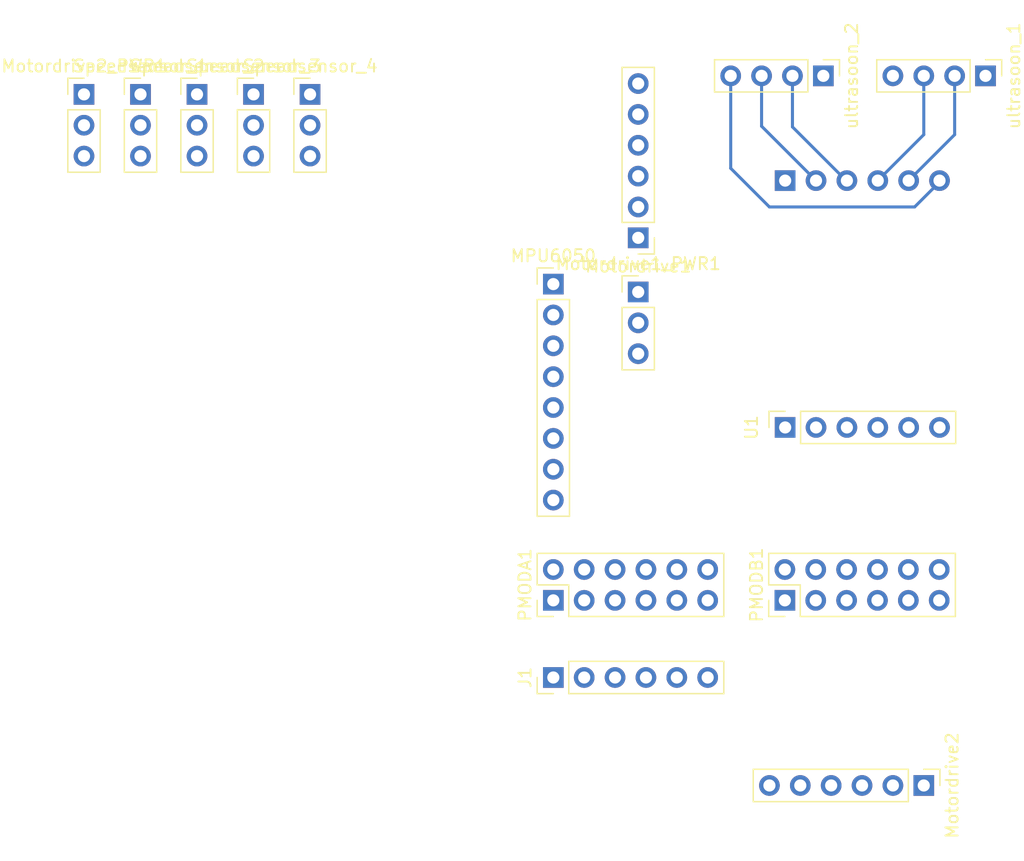
<source format=kicad_pcb>
(kicad_pcb (version 20221018) (generator pcbnew)
  (layers (0 "F.Cu" signal) (31 "B.Cu" signal) (34 "B.Paste" user) (35 "F.Paste" user) (36 "B.SilkS" user "B.Silkscreen") (37 "F.SilkS" user "F.Silkscreen") (38 "B.Mask" user) (39 "F.Mask" user) (44 "Edge.Cuts" user))
  (net 0 "")
  (net 1 "SCL")
  (net 2 "SDA")
  (net 3 "ECHO_0_3.3V")
  (net 4 "TRIGGER_0_3.3V")
  (net 5 "ECHO_1_3.3V")
  (net 6 "TRIGGER_1_3.3V")
  (net 7 "Motor_Enable_1")
  (net 8 "Motor_Backwards_2")
  (net 9 "Motor_Forwards_2")
  (net 10 "Motor_Backwards_1")
  (net 11 "Motor_Forward_1")
  (net 12 "+5V")
  (net 13 "GND")
  (net 14 "VCC")
  (net 15 "Motor_Backwards_4")
  (net 16 "Motor_Forward_4")
  (net 17 "Motor_Backward_3")
  (net 18 "Motor_Forward_3")
  (net 19 "+3.3V")
  (net 24 "Speed_4")
  (net 26 "Speed_3")
  (net 28 "Speed_2")
  (net 30 "Speed_1")
  (net 31 "ECHO_0_5V")
  (net 32 "TRIGGER_0_5V")
  (net 33 "ECHO_1_5V")
  (net 34 "TRIGGER_1_5V")
  (footprint "Connector_PinHeader_2.54mm:PinHeader_1x06_P2.54mm_Vertical" (layer "F.Cu") (at 133.35 48.26 180)
    (fp_text reference "Motordrive1" (at 0 -2.33) (layer "F.SilkS"))
    (fp_text value "Conn_01x06_Pin")
    (fp_line (start -1.33 -1.33) (end 0 -1.33) (stroke (width 0.12)) (layer "F.SilkS"))
    (fp_line (start -1.33 0) (end -1.33 -1.33) (stroke (width 0.12)) (layer "F.SilkS"))
    (fp_line (start -1.33 1.27) (end -1.33 14.03) (stroke (width 0.12)) (layer "F.SilkS"))
    (fp_line (start -1.33 1.27) (end 1.33 1.27) (stroke (width 0.12)) (layer "F.SilkS"))
    (fp_line (start -1.33 14.03) (end 1.33 14.03) (stroke (width 0.12)) (layer "F.SilkS"))
    (fp_line (start 1.33 1.27) (end 1.33 14.03) (stroke (width 0.12)) (layer "F.SilkS"))
    (pad "1" thru_hole rect (at 0 0 180) (size 1.7 1.7) (drill 1) (layers "*.Cu" "*.Mask") (net 7 "Motor_Enable_1"))
    (pad "2" thru_hole oval (at 0 2.54 180) (size 1.7 1.7) (drill 1) (layers "*.Cu" "*.Mask") (net 8 "Motor_Backwards_2"))
    (pad "3" thru_hole oval (at 0 5.08 180) (size 1.7 1.7) (drill 1) (layers "*.Cu" "*.Mask") (net 9 "Motor_Forwards_2"))
    (pad "4" thru_hole oval (at 0 7.62 180) (size 1.7 1.7) (drill 1) (layers "*.Cu" "*.Mask") (net 10 "Motor_Backwards_1"))
    (pad "5" thru_hole oval (at 0 10.16 180) (size 1.7 1.7) (drill 1) (layers "*.Cu" "*.Mask") (net 11 "Motor_Forward_1"))
    (pad "6" thru_hole oval (at 0 12.7 180) (size 1.7 1.7) (drill 1) (layers "*.Cu" "*.Mask") (net 7 "Motor_Enable_1"))
  )
  (footprint "Connector_PinHeader_2.54mm:PinHeader_1x03_P2.54mm_Vertical" (layer "F.Cu") (at 106.35 36.45)
    (fp_text reference "Speedsensor_4" (at 0 -2.33) (layer "F.SilkS"))
    (fp_text value "Conn_01x03_Pin")
    (fp_line (start -1.33 -1.33) (end 0 -1.33) (stroke (width 0.12)) (layer "F.SilkS"))
    (fp_line (start -1.33 0) (end -1.33 -1.33) (stroke (width 0.12)) (layer "F.SilkS"))
    (fp_line (start -1.33 1.27) (end -1.33 6.41) (stroke (width 0.12)) (layer "F.SilkS"))
    (fp_line (start -1.33 1.27) (end 1.33 1.27) (stroke (width 0.12)) (layer "F.SilkS"))
    (fp_line (start -1.33 6.41) (end 1.33 6.41) (stroke (width 0.12)) (layer "F.SilkS"))
    (fp_line (start 1.33 1.27) (end 1.33 6.41) (stroke (width 0.12)) (layer "F.SilkS"))
    (pad "1" thru_hole rect (at 0 0) (size 1.7 1.7) (drill 1) (layers "*.Cu" "*.Mask") (net 19 "+3.3V"))
    (pad "2" thru_hole oval (at 0 2.54) (size 1.7 1.7) (drill 1) (layers "*.Cu" "*.Mask") (net 13 "GND"))
    (pad "3" thru_hole oval (at 0 5.08) (size 1.7 1.7) (drill 1) (layers "*.Cu" "*.Mask") (net 24 "Speed_4"))
  )
  (footprint "Connector_PinHeader_2.54mm:PinHeader_1x04_P2.54mm_Vertical" (layer "F.Cu") (at 148.58 34.925 -90)
    (fp_text reference "ultrasoon_2" (at 0 -2.33 90) (layer "F.SilkS"))
    (fp_text value "Conn_01x04_Pin")
    (fp_line (start -1.33 -1.33) (end 0 -1.33) (stroke (width 0.12)) (layer "F.SilkS"))
    (fp_line (start -1.33 0) (end -1.33 -1.33) (stroke (width 0.12)) (layer "F.SilkS"))
    (fp_line (start -1.33 1.27) (end -1.33 8.95) (stroke (width 0.12)) (layer "F.SilkS"))
    (fp_line (start -1.33 1.27) (end 1.33 1.27) (stroke (width 0.12)) (layer "F.SilkS"))
    (fp_line (start -1.33 8.95) (end 1.33 8.95) (stroke (width 0.12)) (layer "F.SilkS"))
    (fp_line (start 1.33 1.27) (end 1.33 8.95) (stroke (width 0.12)) (layer "F.SilkS"))
    (pad "1" thru_hole rect (at 0 0 270) (size 1.7 1.7) (drill 1) (layers "*.Cu" "*.Mask") (net 13 "GND"))
    (pad "2" thru_hole oval (at 0 2.54 270) (size 1.7 1.7) (drill 1) (layers "*.Cu" "*.Mask") (net 33 "ECHO_1_5V"))
    (pad "3" thru_hole oval (at 0 5.08 270) (size 1.7 1.7) (drill 1) (layers "*.Cu" "*.Mask") (net 34 "TRIGGER_1_5V"))
    (pad "4" thru_hole oval (at 0 7.62 270) (size 1.7 1.7) (drill 1) (layers "*.Cu" "*.Mask") (net 12 "+5V"))
  )
  (footprint "Connector_PinHeader_2.54mm:PinHeader_1x03_P2.54mm_Vertical" (layer "F.Cu") (at 101.7 36.45)
    (fp_text reference "Speedsensor_3" (at 0 -2.33) (layer "F.SilkS"))
    (fp_text value "Conn_01x03_Pin")
    (fp_line (start -1.33 -1.33) (end 0 -1.33) (stroke (width 0.12)) (layer "F.SilkS"))
    (fp_line (start -1.33 0) (end -1.33 -1.33) (stroke (width 0.12)) (layer "F.SilkS"))
    (fp_line (start -1.33 1.27) (end -1.33 6.41) (stroke (width 0.12)) (layer "F.SilkS"))
    (fp_line (start -1.33 1.27) (end 1.33 1.27) (stroke (width 0.12)) (layer "F.SilkS"))
    (fp_line (start -1.33 6.41) (end 1.33 6.41) (stroke (width 0.12)) (layer "F.SilkS"))
    (fp_line (start 1.33 1.27) (end 1.33 6.41) (stroke (width 0.12)) (layer "F.SilkS"))
    (pad "1" thru_hole rect (at 0 0) (size 1.7 1.7) (drill 1) (layers "*.Cu" "*.Mask") (net 19 "+3.3V"))
    (pad "2" thru_hole oval (at 0 2.54) (size 1.7 1.7) (drill 1) (layers "*.Cu" "*.Mask") (net 13 "GND"))
    (pad "3" thru_hole oval (at 0 5.08) (size 1.7 1.7) (drill 1) (layers "*.Cu" "*.Mask") (net 26 "Speed_3"))
  )
  (footprint "Connector_PinHeader_2.54mm:PinHeader_1x03_P2.54mm_Vertical" (layer "F.Cu") (at 97.05 36.45)
    (fp_text reference "Speedsensor_2" (at 0 -2.33) (layer "F.SilkS"))
    (fp_text value "Conn_01x03_Pin")
    (fp_line (start -1.33 -1.33) (end 0 -1.33) (stroke (width 0.12)) (layer "F.SilkS"))
    (fp_line (start -1.33 0) (end -1.33 -1.33) (stroke (width 0.12)) (layer "F.SilkS"))
    (fp_line (start -1.33 1.27) (end -1.33 6.41) (stroke (width 0.12)) (layer "F.SilkS"))
    (fp_line (start -1.33 1.27) (end 1.33 1.27) (stroke (width 0.12)) (layer "F.SilkS"))
    (fp_line (start -1.33 6.41) (end 1.33 6.41) (stroke (width 0.12)) (layer "F.SilkS"))
    (fp_line (start 1.33 1.27) (end 1.33 6.41) (stroke (width 0.12)) (layer "F.SilkS"))
    (pad "1" thru_hole rect (at 0 0) (size 1.7 1.7) (drill 1) (layers "*.Cu" "*.Mask") (net 19 "+3.3V"))
    (pad "2" thru_hole oval (at 0 2.54) (size 1.7 1.7) (drill 1) (layers "*.Cu" "*.Mask") (net 13 "GND"))
    (pad "3" thru_hole oval (at 0 5.08) (size 1.7 1.7) (drill 1) (layers "*.Cu" "*.Mask") (net 28 "Speed_2"))
  )
  (footprint "Connector_PinHeader_2.54mm:PinHeader_2x06_P2.54mm_Vertical" (layer "F.Cu") (at 126.365 78.105 90)
    (fp_text reference "PMODA1" (at 1.27 -2.33 90) (layer "F.SilkS"))
    (fp_text value "Conn_02x06_Top_Bottom")
    (fp_line (start -1.33 -1.33) (end 0 -1.33) (stroke (width 0.12)) (layer "F.SilkS"))
    (fp_line (start -1.33 0) (end -1.33 -1.33) (stroke (width 0.12)) (layer "F.SilkS"))
    (fp_line (start -1.33 1.27) (end -1.33 14.03) (stroke (width 0.12)) (layer "F.SilkS"))
    (fp_line (start -1.33 1.27) (end 1.27 1.27) (stroke (width 0.12)) (layer "F.SilkS"))
    (fp_line (start -1.33 14.03) (end 3.87 14.03) (stroke (width 0.12)) (layer "F.SilkS"))
    (fp_line (start 1.27 -1.33) (end 3.87 -1.33) (stroke (width 0.12)) (layer "F.SilkS"))
    (fp_line (start 1.27 1.27) (end 1.27 -1.33) (stroke (width 0.12)) (layer "F.SilkS"))
    (fp_line (start 3.87 -1.33) (end 3.87 14.03) (stroke (width 0.12)) (layer "F.SilkS"))
    (pad "1" thru_hole rect (at 0 0 90) (size 1.7 1.7) (drill 1) (layers "*.Cu" "*.Mask") (net 24 "Speed_4"))
    (pad "2" thru_hole oval (at 2.54 0 90) (size 1.7 1.7) (drill 1) (layers "*.Cu" "*.Mask"))
    (pad "3" thru_hole oval (at 0 2.54 90) (size 1.7 1.7) (drill 1) (layers "*.Cu" "*.Mask") (net 15 "Motor_Backwards_4"))
    (pad "4" thru_hole oval (at 2.54 2.54 90) (size 1.7 1.7) (drill 1) (layers "*.Cu" "*.Mask") (net 16 "Motor_Forward_4"))
    (pad "5" thru_hole oval (at 0 5.08 90) (size 1.7 1.7) (drill 1) (layers "*.Cu" "*.Mask") (net 13 "GND"))
    (pad "6" thru_hole oval (at 2.54 5.08 90) (size 1.7 1.7) (drill 1) (layers "*.Cu" "*.Mask") (net 19 "+3.3V"))
    (pad "7" thru_hole oval (at 0 7.62 90) (size 1.7 1.7) (drill 1) (layers "*.Cu" "*.Mask") (net 26 "Speed_3"))
    (pad "8" thru_hole oval (at 2.54 7.62 90) (size 1.7 1.7) (drill 1) (layers "*.Cu" "*.Mask"))
    (pad "9" thru_hole oval (at 0 10.16 90) (size 1.7 1.7) (drill 1) (layers "*.Cu" "*.Mask") (net 17 "Motor_Backward_3"))
    (pad "10" thru_hole oval (at 2.54 10.16 90) (size 1.7 1.7) (drill 1) (layers "*.Cu" "*.Mask") (net 18 "Motor_Forward_3"))
    (pad "11" thru_hole oval (at 0 12.7 90) (size 1.7 1.7) (drill 1) (layers "*.Cu" "*.Mask") (net 13 "GND"))
    (pad "12" thru_hole oval (at 2.54 12.7 90) (size 1.7 1.7) (drill 1) (layers "*.Cu" "*.Mask") (net 19 "+3.3V"))
  )
  (footprint "Connector_PinHeader_2.54mm:PinHeader_1x03_P2.54mm_Vertical" (layer "F.Cu") (at 87.75 36.45)
    (fp_text reference "Motordrive2_PWR1" (at 0 -2.33) (layer "F.SilkS"))
    (fp_text value "Conn_01x03_Pin")
    (fp_line (start -1.33 -1.33) (end 0 -1.33) (stroke (width 0.12)) (layer "F.SilkS"))
    (fp_line (start -1.33 0) (end -1.33 -1.33) (stroke (width 0.12)) (layer "F.SilkS"))
    (fp_line (start -1.33 1.27) (end -1.33 6.41) (stroke (width 0.12)) (layer "F.SilkS"))
    (fp_line (start -1.33 1.27) (end 1.33 1.27) (stroke (width 0.12)) (layer "F.SilkS"))
    (fp_line (start -1.33 6.41) (end 1.33 6.41) (stroke (width 0.12)) (layer "F.SilkS"))
    (fp_line (start 1.33 1.27) (end 1.33 6.41) (stroke (width 0.12)) (layer "F.SilkS"))
    (pad "1" thru_hole rect (at 0 0) (size 1.7 1.7) (drill 1) (layers "*.Cu" "*.Mask") (net 12 "+5V"))
    (pad "2" thru_hole oval (at 0 2.54) (size 1.7 1.7) (drill 1) (layers "*.Cu" "*.Mask") (net 13 "GND"))
    (pad "3" thru_hole oval (at 0 5.08) (size 1.7 1.7) (drill 1) (layers "*.Cu" "*.Mask") (net 14 "VCC"))
  )
  (footprint "Connector_PinHeader_2.54mm:PinHeader_1x03_P2.54mm_Vertical" (layer "F.Cu") (at 92.4 36.45)
    (fp_text reference "Speedsensor_1" (at 0 -2.33) (layer "F.SilkS"))
    (fp_text value "Conn_01x03_Pin")
    (fp_line (start -1.33 -1.33) (end 0 -1.33) (stroke (width 0.12)) (layer "F.SilkS"))
    (fp_line (start -1.33 0) (end -1.33 -1.33) (stroke (width 0.12)) (layer "F.SilkS"))
    (fp_line (start -1.33 1.27) (end -1.33 6.41) (stroke (width 0.12)) (layer "F.SilkS"))
    (fp_line (start -1.33 1.27) (end 1.33 1.27) (stroke (width 0.12)) (layer "F.SilkS"))
    (fp_line (start -1.33 6.41) (end 1.33 6.41) (stroke (width 0.12)) (layer "F.SilkS"))
    (fp_line (start 1.33 1.27) (end 1.33 6.41) (stroke (width 0.12)) (layer "F.SilkS"))
    (pad "1" thru_hole rect (at 0 0) (size 1.7 1.7) (drill 1) (layers "*.Cu" "*.Mask") (net 19 "+3.3V"))
    (pad "2" thru_hole oval (at 0 2.54) (size 1.7 1.7) (drill 1) (layers "*.Cu" "*.Mask") (net 13 "GND"))
    (pad "3" thru_hole oval (at 0 5.08) (size 1.7 1.7) (drill 1) (layers "*.Cu" "*.Mask") (net 30 "Speed_1"))
  )
  (footprint "Connector_PinHeader_2.54mm:PinHeader_1x06_P2.54mm_Vertical" (layer "F.Cu") (at 156.845 93.345 -90)
    (fp_text reference "Motordrive2" (at 0 -2.33 90) (layer "F.SilkS"))
    (fp_text value "Conn_01x06_Pin")
    (fp_line (start -1.33 -1.33) (end 0 -1.33) (stroke (width 0.12)) (layer "F.SilkS"))
    (fp_line (start -1.33 0) (end -1.33 -1.33) (stroke (width 0.12)) (layer "F.SilkS"))
    (fp_line (start -1.33 1.27) (end -1.33 14.03) (stroke (width 0.12)) (layer "F.SilkS"))
    (fp_line (start -1.33 1.27) (end 1.33 1.27) (stroke (width 0.12)) (layer "F.SilkS"))
    (fp_line (start -1.33 14.03) (end 1.33 14.03) (stroke (width 0.12)) (layer "F.SilkS"))
    (fp_line (start 1.33 1.27) (end 1.33 14.03) (stroke (width 0.12)) (layer "F.SilkS"))
    (pad "1" thru_hole rect (at 0 0 270) (size 1.7 1.7) (drill 1) (layers "*.Cu" "*.Mask") (net 7 "Motor_Enable_1"))
    (pad "2" thru_hole oval (at 0 2.54 270) (size 1.7 1.7) (drill 1) (layers "*.Cu" "*.Mask") (net 15 "Motor_Backwards_4"))
    (pad "3" thru_hole oval (at 0 5.08 270) (size 1.7 1.7) (drill 1) (layers "*.Cu" "*.Mask") (net 16 "Motor_Forward_4"))
    (pad "4" thru_hole oval (at 0 7.62 270) (size 1.7 1.7) (drill 1) (layers "*.Cu" "*.Mask") (net 17 "Motor_Backward_3"))
    (pad "5" thru_hole oval (at 0 10.16 270) (size 1.7 1.7) (drill 1) (layers "*.Cu" "*.Mask") (net 18 "Motor_Forward_3"))
    (pad "6" thru_hole oval (at 0 12.7 270) (size 1.7 1.7) (drill 1) (layers "*.Cu" "*.Mask") (net 7 "Motor_Enable_1"))
  )
  (footprint "Connector_PinHeader_2.54mm:PinHeader_1x03_P2.54mm_Vertical" (layer "F.Cu") (at 133.35 52.72)
    (fp_text reference "Motordrive1_PWR1" (at 0 -2.33) (layer "F.SilkS"))
    (fp_text value "Conn_01x03_Pin")
    (fp_line (start -1.33 -1.33) (end 0 -1.33) (stroke (width 0.12)) (layer "F.SilkS"))
    (fp_line (start -1.33 0) (end -1.33 -1.33) (stroke (width 0.12)) (layer "F.SilkS"))
    (fp_line (start -1.33 1.27) (end -1.33 6.41) (stroke (width 0.12)) (layer "F.SilkS"))
    (fp_line (start -1.33 1.27) (end 1.33 1.27) (stroke (width 0.12)) (layer "F.SilkS"))
    (fp_line (start -1.33 6.41) (end 1.33 6.41) (stroke (width 0.12)) (layer "F.SilkS"))
    (fp_line (start 1.33 1.27) (end 1.33 6.41) (stroke (width 0.12)) (layer "F.SilkS"))
    (pad "1" thru_hole rect (at 0 0) (size 1.7 1.7) (drill 1) (layers "*.Cu" "*.Mask") (net 12 "+5V"))
    (pad "2" thru_hole oval (at 0 2.54) (size 1.7 1.7) (drill 1) (layers "*.Cu" "*.Mask") (net 13 "GND"))
    (pad "3" thru_hole oval (at 0 5.08) (size 1.7 1.7) (drill 1) (layers "*.Cu" "*.Mask") (net 14 "VCC"))
  )
  (footprint "Connector_PinHeader_2.54mm:PinHeader_1x04_P2.54mm_Vertical" (layer "F.Cu") (at 161.925 34.925 -90)
    (fp_text reference "ultrasoon_1" (at 0 -2.33 90) (layer "F.SilkS"))
    (fp_text value "Conn_01x04_Pin")
    (fp_line (start -1.33 -1.33) (end 0 -1.33) (stroke (width 0.12)) (layer "F.SilkS"))
    (fp_line (start -1.33 0) (end -1.33 -1.33) (stroke (width 0.12)) (layer "F.SilkS"))
    (fp_line (start -1.33 1.27) (end -1.33 8.95) (stroke (width 0.12)) (layer "F.SilkS"))
    (fp_line (start -1.33 1.27) (end 1.33 1.27) (stroke (width 0.12)) (layer "F.SilkS"))
    (fp_line (start -1.33 8.95) (end 1.33 8.95) (stroke (width 0.12)) (layer "F.SilkS"))
    (fp_line (start 1.33 1.27) (end 1.33 8.95) (stroke (width 0.12)) (layer "F.SilkS"))
    (pad "1" thru_hole rect (at 0 0 270) (size 1.7 1.7) (drill 1) (layers "*.Cu" "*.Mask") (net 13 "GND"))
    (pad "2" thru_hole oval (at 0 2.54 270) (size 1.7 1.7) (drill 1) (layers "*.Cu" "*.Mask") (net 31 "ECHO_0_5V"))
    (pad "3" thru_hole oval (at 0 5.08 270) (size 1.7 1.7) (drill 1) (layers "*.Cu" "*.Mask") (net 32 "TRIGGER_0_5V"))
    (pad "4" thru_hole oval (at 0 7.62 270) (size 1.7 1.7) (drill 1) (layers "*.Cu" "*.Mask") (net 12 "+5V"))
  )
  (footprint "Connector_PinHeader_2.54mm:PinHeader_1x08_P2.54mm_Vertical" (layer "F.Cu") (at 126.365 52.07)
    (fp_text reference "MPU6050" (at 0 -2.33) (layer "F.SilkS"))
    (fp_text value "Conn_01x08_Pin")
    (fp_line (start -1.33 -1.33) (end 0 -1.33) (stroke (width 0.12)) (layer "F.SilkS"))
    (fp_line (start -1.33 0) (end -1.33 -1.33) (stroke (width 0.12)) (layer "F.SilkS"))
    (fp_line (start -1.33 1.27) (end -1.33 19.11) (stroke (width 0.12)) (layer "F.SilkS"))
    (fp_line (start -1.33 1.27) (end 1.33 1.27) (stroke (width 0.12)) (layer "F.SilkS"))
    (fp_line (start -1.33 19.11) (end 1.33 19.11) (stroke (width 0.12)) (layer "F.SilkS"))
    (fp_line (start 1.33 1.27) (end 1.33 19.11) (stroke (width 0.12)) (layer "F.SilkS"))
    (pad "1" thru_hole rect (at 0 0) (size 1.7 1.7) (drill 1) (layers "*.Cu" "*.Mask") (net 19 "+3.3V"))
    (pad "2" thru_hole oval (at 0 2.54) (size 1.7 1.7) (drill 1) (layers "*.Cu" "*.Mask") (net 13 "GND"))
    (pad "3" thru_hole oval (at 0 5.08) (size 1.7 1.7) (drill 1) (layers "*.Cu" "*.Mask") (net 1 "SCL"))
    (pad "4" thru_hole oval (at 0 7.62) (size 1.7 1.7) (drill 1) (layers "*.Cu" "*.Mask") (net 2 "SDA"))
    (pad "5" thru_hole oval (at 0 10.16) (size 1.7 1.7) (drill 1) (layers "*.Cu" "*.Mask"))
    (pad "6" thru_hole oval (at 0 12.7) (size 1.7 1.7) (drill 1) (layers "*.Cu" "*.Mask"))
    (pad "7" thru_hole oval (at 0 15.24) (size 1.7 1.7) (drill 1) (layers "*.Cu" "*.Mask"))
    (pad "8" thru_hole oval (at 0 17.78) (size 1.7 1.7) (drill 1) (layers "*.Cu" "*.Mask"))
  )
  (footprint "Connector_PinHeader_2.54mm:PinHeader_1x06_P2.54mm_Vertical" (layer "F.Cu") (at 126.365 84.455 90)
    (fp_text reference "J1" (at 0 -2.33 90) (layer "F.SilkS"))
    (fp_text value "Conn_01x06_Pin")
    (fp_line (start -1.33 -1.33) (end 0 -1.33) (stroke (width 0.12)) (layer "F.SilkS"))
    (fp_line (start -1.33 0) (end -1.33 -1.33) (stroke (width 0.12)) (layer "F.SilkS"))
    (fp_line (start -1.33 1.27) (end -1.33 14.03) (stroke (width 0.12)) (layer "F.SilkS"))
    (fp_line (start -1.33 1.27) (end 1.33 1.27) (stroke (width 0.12)) (layer "F.SilkS"))
    (fp_line (start -1.33 14.03) (end 1.33 14.03) (stroke (width 0.12)) (layer "F.SilkS"))
    (fp_line (start 1.33 1.27) (end 1.33 14.03) (stroke (width 0.12)) (layer "F.SilkS"))
    (pad "1" thru_hole rect (at 0 0 90) (size 1.7 1.7) (drill 1) (layers "*.Cu" "*.Mask") (net 1 "SCL"))
    (pad "2" thru_hole oval (at 0 2.54 90) (size 1.7 1.7) (drill 1) (layers "*.Cu" "*.Mask") (net 2 "SDA"))
    (pad "3" thru_hole oval (at 0 5.08 90) (size 1.7 1.7) (drill 1) (layers "*.Cu" "*.Mask") (net 3 "ECHO_0_3.3V"))
    (pad "4" thru_hole oval (at 0 7.62 90) (size 1.7 1.7) (drill 1) (layers "*.Cu" "*.Mask") (net 4 "TRIGGER_0_3.3V"))
    (pad "5" thru_hole oval (at 0 10.16 90) (size 1.7 1.7) (drill 1) (layers "*.Cu" "*.Mask") (net 5 "ECHO_1_3.3V"))
    (pad "6" thru_hole oval (at 0 12.7 90) (size 1.7 1.7) (drill 1) (layers "*.Cu" "*.Mask") (net 6 "TRIGGER_1_3.3V"))
  )
  (footprint "Connector_PinHeader_2.54mm:PinHeader_2x06_P2.54mm_Vertical" (layer "F.Cu") (at 145.415 78.105 90)
    (fp_text reference "PMODB1" (at 1.27 -2.33 90) (layer "F.SilkS"))
    (fp_text value "Conn_02x06_Top_Bottom")
    (fp_line (start -1.33 -1.33) (end 0 -1.33) (stroke (width 0.12)) (layer "F.SilkS"))
    (fp_line (start -1.33 0) (end -1.33 -1.33) (stroke (width 0.12)) (layer "F.SilkS"))
    (fp_line (start -1.33 1.27) (end -1.33 14.03) (stroke (width 0.12)) (layer "F.SilkS"))
    (fp_line (start -1.33 1.27) (end 1.27 1.27) (stroke (width 0.12)) (layer "F.SilkS"))
    (fp_line (start -1.33 14.03) (end 3.87 14.03) (stroke (width 0.12)) (layer "F.SilkS"))
    (fp_line (start 1.27 -1.33) (end 3.87 -1.33) (stroke (width 0.12)) (layer "F.SilkS"))
    (fp_line (start 1.27 1.27) (end 1.27 -1.33) (stroke (width 0.12)) (layer "F.SilkS"))
    (fp_line (start 3.87 -1.33) (end 3.87 14.03) (stroke (width 0.12)) (layer "F.SilkS"))
    (pad "1" thru_hole rect (at 0 0 90) (size 1.7 1.7) (drill 1) (layers "*.Cu" "*.Mask") (net 28 "Speed_2"))
    (pad "2" thru_hole oval (at 2.54 0 90) (size 1.7 1.7) (drill 1) (layers "*.Cu" "*.Mask"))
    (pad "3" thru_hole oval (at 0 2.54 90) (size 1.7 1.7) (drill 1) (layers "*.Cu" "*.Mask") (net 8 "Motor_Backwards_2"))
    (pad "4" thru_hole oval (at 2.54 2.54 90) (size 1.7 1.7) (drill 1) (layers "*.Cu" "*.Mask") (net 9 "Motor_Forwards_2"))
    (pad "5" thru_hole oval (at 0 5.08 90) (size 1.7 1.7) (drill 1) (layers "*.Cu" "*.Mask") (net 13 "GND"))
    (pad "6" thru_hole oval (at 2.54 5.08 90) (size 1.7 1.7) (drill 1) (layers "*.Cu" "*.Mask") (net 19 "+3.3V"))
    (pad "7" thru_hole oval (at 0 7.62 90) (size 1.7 1.7) (drill 1) (layers "*.Cu" "*.Mask") (net 30 "Speed_1"))
    (pad "8" thru_hole oval (at 2.54 7.62 90) (size 1.7 1.7) (drill 1) (layers "*.Cu" "*.Mask") (net 7 "Motor_Enable_1"))
    (pad "9" thru_hole oval (at 0 10.16 90) (size 1.7 1.7) (drill 1) (layers "*.Cu" "*.Mask") (net 10 "Motor_Backwards_1"))
    (pad "10" thru_hole oval (at 2.54 10.16 90) (size 1.7 1.7) (drill 1) (layers "*.Cu" "*.Mask") (net 11 "Motor_Forward_1"))
    (pad "11" thru_hole oval (at 0 12.7 90) (size 1.7 1.7) (drill 1) (layers "*.Cu" "*.Mask") (net 13 "GND"))
    (pad "12" thru_hole oval (at 2.54 12.7 90) (size 1.7 1.7) (drill 1) (layers "*.Cu" "*.Mask") (net 19 "+3.3V"))
  )
  (footprint "Library:KY-051" (layer "F.Cu") (at 145.44 63.87 90)
    (fp_text reference "U1" (at 0 -2.77 90) (layer "F.SilkS"))
    (fp_text value "~")
    (fp_line (start -1.33 1.27) (end -1.33 14.03) (stroke (width 0.12)) (layer "F.SilkS"))
    (fp_line (start -1.33 1.27) (end 1.33 1.27) (stroke (width 0.12)) (layer "F.SilkS"))
    (fp_line (start -1.33 14.03) (end 1.33 14.03) (stroke (width 0.12)) (layer "F.SilkS"))
    (fp_line (start 0 -1.33) (end 1.33 -1.33) (stroke (width 0.12)) (layer "F.SilkS"))
    (fp_line (start 1.33 -1.33) (end 1.33 0) (stroke (width 0.12)) (layer "F.SilkS"))
    (fp_line (start 1.33 1.27) (end 1.33 14.03) (stroke (width 0.12)) (layer "F.SilkS"))
    (pad "A1" thru_hole oval (at 0 10.16 90) (size 1.7 1.7) (drill 1) (layers "*.Cu" "*.Mask") (net 3 "ECHO_0_3.3V"))
    (pad "A2" thru_hole oval (at 0 7.62 90) (size 1.7 1.7) (drill 1) (layers "*.Cu" "*.Mask") (net 4 "TRIGGER_0_3.3V"))
    (pad "A3" thru_hole oval (at 0 5.08 90) (size 1.7 1.7) (drill 1) (layers "*.Cu" "*.Mask") (net 5 "ECHO_1_3.3V"))
    (pad "A4" thru_hole oval (at 0 2.54 90) (size 1.7 1.7) (drill 1) (layers "*.Cu" "*.Mask") (net 6 "TRIGGER_1_3.3V"))
    (pad "B1" thru_hole oval (at 20.32 10.16 90) (size 1.7 1.7) (drill 1) (layers "*.Cu" "*.Mask") (net 31 "ECHO_0_5V"))
    (pad "B2" thru_hole oval (at 20.32 7.62 90) (size 1.7 1.7) (drill 1) (layers "*.Cu" "*.Mask") (net 32 "TRIGGER_0_5V"))
    (pad "B3" thru_hole oval (at 20.32 5.08 90) (size 1.7 1.7) (drill 1) (layers "*.Cu" "*.Mask") (net 33 "ECHO_1_5V"))
    (pad "B4" thru_hole oval (at 20.32 2.54 90) (size 1.7 1.7) (drill 1) (layers "*.Cu" "*.Mask") (net 34 "TRIGGER_1_5V"))
    (pad "GND" thru_hole rect (at 0 0 90) (size 1.7 1.7) (drill 1) (layers "*.Cu" "*.Mask") (net 13 "GND"))
    (pad "OE" thru_hole rect (at 20.32 0 90) (size 1.7 1.7) (drill 1) (layers "*.Cu" "*.Mask"))
    (pad "VCCa" thru_hole oval (at 0 12.7 90) (size 1.7 1.7) (drill 1) (layers "*.Cu" "*.Mask") (net 19 "+3.3V"))
    (pad "VCCb" thru_hole oval (at 20.32 12.7 90) (size 1.7 1.7) (drill 1) (layers "*.Cu" "*.Mask") (net 12 "+5V"))
  )
  (segment (start 156.09 45.72) (end 158.14 43.67) (width 0.25) (layer "B.Cu") (net 12))
  (segment (start 144.145 45.72) (end 156.09 45.72) (width 0.25) (layer "B.Cu") (net 12))
  (segment (start 140.96 34.925) (end 140.96 42.535) (width 0.25) (layer "B.Cu") (net 12))
  (segment (start 140.96 42.535) (end 144.145 45.72) (width 0.25) (layer "B.Cu") (net 12))
  (segment (start 158.14 43.67) (end 158.14 43.55) (width 0.25) (layer "B.Cu") (net 12))
  (segment (start 159.385 39.765) (end 159.385 34.925) (width 0.25) (layer "B.Cu") (net 31))
  (segment (start 155.6 43.55) (end 159.385 39.765) (width 0.25) (layer "B.Cu") (net 31))
  (segment (start 153.06 43.55) (end 156.845 39.765) (width 0.25) (layer "B.Cu") (net 32))
  (segment (start 156.845 39.765) (end 156.845 34.925) (width 0.25) (layer "B.Cu") (net 32))
  (segment (start 150.46125 43.55) (end 146.04 39.12875) (width 0.25) (layer "B.Cu") (net 33))
  (segment (start 146.04 39.12875) (end 146.04 34.925) (width 0.25) (layer "B.Cu") (net 33))
  (segment (start 150.52 43.55) (end 150.46125 43.55) (width 0.25) (layer "B.Cu") (net 33))
  (segment (start 147.98 43.55) (end 143.5 39.07) (width 0.25) (layer "B.Cu") (net 34))
  (segment (start 143.5 39.07) (end 143.5 34.925) (width 0.25) (layer "B.Cu") (net 34))
)
</source>
